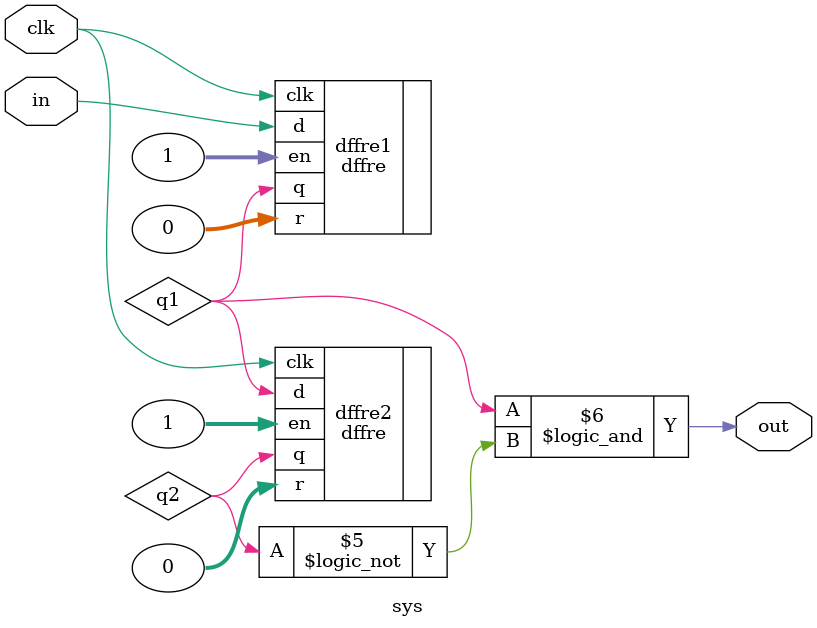
<source format=v>
module sys(in,clk,out);
	input in,clk;
	output out;
	wire q1,q2;
	dffre #(.n(1)) dffre1(.clk(clk),.q(q1),.d(in),.en(1),.r(0));
	dffre #(.n(1)) dffre2(.clk(clk),.q(q2),.d(q1),.en(1),.r(0));
	assign out=q1&&(!q2);
endmodule
</source>
